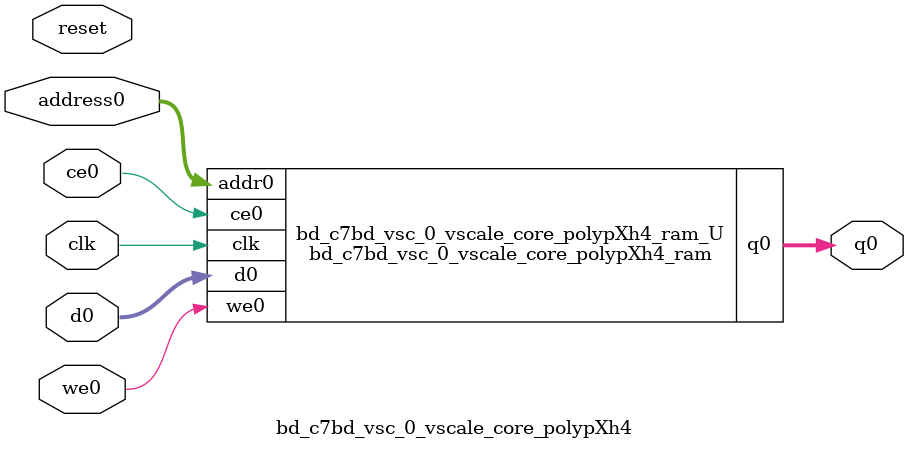
<source format=v>

`timescale 1 ns / 1 ps
module bd_c7bd_vsc_0_vscale_core_polypXh4_ram (addr0, ce0, d0, we0, q0,  clk);

parameter DWIDTH = 16;
parameter AWIDTH = 6;
parameter MEM_SIZE = 64;

input[AWIDTH-1:0] addr0;
input ce0;
input[DWIDTH-1:0] d0;
input we0;
output reg[DWIDTH-1:0] q0;
input clk;

(* ram_style = "distributed" *)reg [DWIDTH-1:0] ram[0:MEM_SIZE-1];




always @(posedge clk)  
begin 
    if (ce0) 
    begin
        if (we0) 
        begin 
            ram[addr0] <= d0; 
            q0 <= d0;
        end 
        else 
            q0 <= ram[addr0];
    end
end


endmodule


`timescale 1 ns / 1 ps
module bd_c7bd_vsc_0_vscale_core_polypXh4(
    reset,
    clk,
    address0,
    ce0,
    we0,
    d0,
    q0);

parameter DataWidth = 32'd16;
parameter AddressRange = 32'd64;
parameter AddressWidth = 32'd6;
input reset;
input clk;
input[AddressWidth - 1:0] address0;
input ce0;
input we0;
input[DataWidth - 1:0] d0;
output[DataWidth - 1:0] q0;



bd_c7bd_vsc_0_vscale_core_polypXh4_ram bd_c7bd_vsc_0_vscale_core_polypXh4_ram_U(
    .clk( clk ),
    .addr0( address0 ),
    .ce0( ce0 ),
    .d0( d0 ),
    .we0( we0 ),
    .q0( q0 ));

endmodule


</source>
